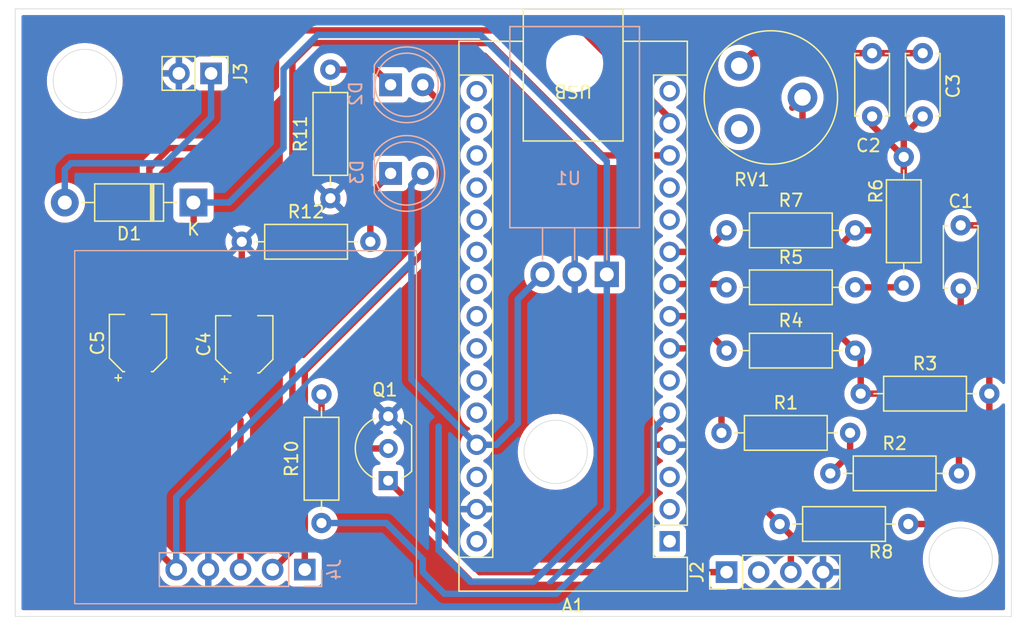
<source format=kicad_pcb>
(kicad_pcb (version 20240108) (generator "pcbnew") (generator_version "8.0")
  (layers (0 "F.Cu" signal) (31 "B.Cu" signal) (34 "B.Paste" user) (35 "F.Paste" user) (36 "B.SilkS" user "B.Silkscreen") (37 "F.SilkS" user "F.Silkscreen") (38 "B.Mask" user) (39 "F.Mask" user) (44 "Edge.Cuts" user))
  (net 0 "")
  (net 2 "Net-(A1-D6)")
  (net 5 "GND")
  (net 12 "/GPS_TX")
  (net 16 "Net-(A1-D7)")
  (net 20 "Net-(A1-D4)")
  (net 22 "/GPS_RX")
  (net 23 "/D2")
  (net 24 "VCC")
  (net 29 "Net-(A1-D5)")
  (net 30 "Net-(C1-Pad2)")
  (net 31 "Net-(C1-Pad1)")
  (net 32 "Net-(C2-Pad2)")
  (net 33 "Net-(D1-K)")
  (net 34 "Net-(D1-A)")
  (net 35 "Net-(D2-K)")
  (net 36 "/PPS")
  (net 37 "Net-(D3-K)")
  (net 38 "/Audio_in")
  (net 39 "/PTT")
  (net 40 "/Audio Out")
  (net 41 "Net-(Q1-B)")
  (net 42 "Net-(R1-Pad2)")
  (net 43 "Net-(R5-Pad2)")
  (footprint "Resistor_THT:R_Axial_DIN0207_L6.3mm_D2.5mm_P10.16mm_Horizontal" (layer "F.Cu") (at 75.7 81.7)
    (property "Reference" "R8" (at 8 2.2 0) (layer "F.SilkS"))
    (property "Value" "1k")
    (fp_line (start 1.04 0) (end 1.81 0) (stroke (width 0.12)) (layer "F.SilkS"))
    (fp_line (start 1.81 -1.37) (end 1.81 1.37) (stroke (width 0.12)) (layer "F.SilkS"))
    (fp_line (start 1.81 1.37) (end 8.35 1.37) (stroke (width 0.12)) (layer "F.SilkS"))
    (fp_line (start 8.35 -1.37) (end 1.81 -1.37) (stroke (width 0.12)) (layer "F.SilkS"))
    (fp_line (start 8.35 1.37) (end 8.35 -1.37) (stroke (width 0.12)) (layer "F.SilkS"))
    (fp_line (start 9.12 0) (end 8.35 0) (stroke (width 0.12)) (layer "F.SilkS"))
    (pad "1" thru_hole circle (at 0 0) (size 1.6 1.6) (drill 0.8) (layers "*.Cu" "*.Mask") (net 38 "/Audio_in"))
    (pad "2" thru_hole oval (at 10.16 0) (size 1.6 1.6) (drill 0.8) (layers "*.Cu" "*.Mask") (net 30 "Net-(C1-Pad2)"))
  )
  (footprint "Capacitor_SMD:CP_Elec_4x4.5" (layer "F.Cu") (at 25 67.4 90)
    (property "Reference" "C5" (at 0 -3.2 90) (layer "F.SilkS"))
    (property "Value" "C_Polarized")
    (fp_line (start 2.26 -2.26) (end 2.26 -1.06) (stroke (width 0.12)) (layer "F.SilkS"))
    (fp_line (start -1.195563 -2.26) (end 2.26 -2.26) (stroke (width 0.12)) (layer "F.SilkS"))
    (fp_line (start -2.75 -1.81) (end -2.75 -1.31) (stroke (width 0.12)) (layer "F.SilkS"))
    (fp_line (start -3 -1.56) (end -2.5 -1.56) (stroke (width 0.12)) (layer "F.SilkS"))
    (fp_line (start -2.26 -1.195563) (end -1.195563 -2.26) (stroke (width 0.12)) (layer "F.SilkS"))
    (fp_line (start -2.26 -1.195563) (end -2.26 -1.06) (stroke (width 0.12)) (layer "F.SilkS"))
    (fp_line (start -2.26 1.195563) (end -2.26 1.06) (stroke (width 0.12)) (layer "F.SilkS"))
    (fp_line (start -2.26 1.195563) (end -1.195563 2.26) (stroke (width 0.12)) (layer "F.SilkS"))
    (fp_line (start 2.26 2.26) (end 2.26 1.06) (stroke (width 0.12)) (layer "F.SilkS"))
    (fp_line (start -1.195563 2.26) (end 2.26 2.26) (stroke (width 0.12)) (layer "F.SilkS"))
    (pad "1" smd roundrect (at -1.8 0 90) (size 2.6 1.6) (layers "F.Cu" "F.Paste" "F.Mask") (roundrect_rratio 0.15625) (net 24 "VCC"))
    (pad "2" smd roundrect (at 1.8 0 90) (size 2.6 1.6) (layers "F.Cu" "F.Paste" "F.Mask") (roundrect_rratio 0.15625) (net 5 "GND"))
  )
  (footprint "Potentiometer_THT:Potentiometer_Piher_PT-10-V05_Vertical" (layer "F.Cu") (at 72.5 50.5)
    (property "Reference" "RV1" (at 1 4 180) (layer "F.SilkS"))
    (property "Value" "R_Potentiometer_US")
    (fp_circle (center 2.501 -2.5) (end 7.771 -2.5) (stroke (width 0.12)) (fill none) (layer "F.SilkS"))
    (pad "1" thru_hole circle (at 0 0) (size 2.34 2.34) (drill 1.3) (layers "*.Cu" "*.Mask"))
    (pad "2" thru_hole circle (at 5 -2.5) (size 2.34 2.34) (drill 1.3) (layers "*.Cu" "*.Mask") (net 38 "/Audio_in"))
    (pad "3" thru_hole circle (at 0 -5) (size 2.34 2.34) (drill 1.3) (layers "*.Cu" "*.Mask") (net 32 "Net-(C2-Pad2)"))
  )
  (footprint "Resistor_THT:R_Axial_DIN0207_L6.3mm_D2.5mm_P10.16mm_Horizontal" (layer "F.Cu") (at 40.2 55.96 90)
    (property "Reference" "R11" (at 5.08 -2.37 90) (layer "F.SilkS"))
    (property "Value" "330")
    (fp_line (start 8.35 -1.37) (end 1.81 -1.37) (stroke (width 0.12)) (layer "F.SilkS"))
    (fp_line (start 1.81 -1.37) (end 1.81 1.37) (stroke (width 0.12)) (layer "F.SilkS"))
    (fp_line (start 9.12 0) (end 8.35 0) (stroke (width 0.12)) (layer "F.SilkS"))
    (fp_line (start 1.04 0) (end 1.81 0) (stroke (width 0.12)) (layer "F.SilkS"))
    (fp_line (start 8.35 1.37) (end 8.35 -1.37) (stroke (width 0.12)) (layer "F.SilkS"))
    (fp_line (start 1.81 1.37) (end 8.35 1.37) (stroke (width 0.12)) (layer "F.SilkS"))
    (pad "1" thru_hole circle (at 0 0 90) (size 1.6 1.6) (drill 0.8) (layers "*.Cu" "*.Mask") (net 5 "GND"))
    (pad "2" thru_hole oval (at 10.16 0 90) (size 1.6 1.6) (drill 0.8) (layers "*.Cu" "*.Mask") (net 35 "Net-(D2-K)"))
  )
  (footprint "Capacitor_THT:C_Disc_D4.7mm_W2.5mm_P5.00mm" (layer "F.Cu") (at 83 49.5 90)
    (property "Reference" "C2" (at -2.3 -0.3 180) (layer "F.SilkS"))
    (property "Value" "4.7u")
    (fp_line (start 4.97 -1.37) (end 4.97 -1.055) (stroke (width 0.12)) (layer "F.SilkS"))
    (fp_line (start 0.03 -1.37) (end 4.97 -1.37) (stroke (width 0.12)) (layer "F.SilkS"))
    (fp_line (start 0.03 -1.37) (end 0.03 -1.055) (stroke (width 0.12)) (layer "F.SilkS"))
    (fp_line (start 4.97 1.055) (end 4.97 1.37) (stroke (width 0.12)) (layer "F.SilkS"))
    (fp_line (start 0.03 1.055) (end 0.03 1.37) (stroke (width 0.12)) (layer "F.SilkS"))
    (fp_line (start 0.03 1.37) (end 4.97 1.37) (stroke (width 0.12)) (layer "F.SilkS"))
    (pad "1" thru_hole circle (at 0 0 90) (size 1.6 1.6) (drill 0.8) (layers "*.Cu" "*.Mask") (net 31 "Net-(C1-Pad1)"))
    (pad "2" thru_hole circle (at 5 0 90) (size 1.6 1.6) (drill 0.8) (layers "*.Cu" "*.Mask") (net 32 "Net-(C2-Pad2)"))
  )
  (footprint "Resistor_THT:R_Axial_DIN0207_L6.3mm_D2.5mm_P10.16mm_Horizontal" (layer "F.Cu") (at 39.5 81.62 90)
    (property "Reference" "R10" (at 5.08 -2.37 90) (layer "F.SilkS"))
    (property "Value" "2.7k")
    (fp_line (start 8.35 -1.37) (end 1.81 -1.37) (stroke (width 0.12)) (layer "F.SilkS"))
    (fp_line (start 1.81 -1.37) (end 1.81 1.37) (stroke (width 0.12)) (layer "F.SilkS"))
    (fp_line (start 9.12 0) (end 8.35 0) (stroke (width 0.12)) (layer "F.SilkS"))
    (fp_line (start 1.04 0) (end 1.81 0) (stroke (width 0.12)) (layer "F.SilkS"))
    (fp_line (start 8.35 1.37) (end 8.35 -1.37) (stroke (width 0.12)) (layer "F.SilkS"))
    (fp_line (start 1.81 1.37) (end 8.35 1.37) (stroke (width 0.12)) (layer "F.SilkS"))
    (pad "1" thru_hole circle (at 0 0 90) (size 1.6 1.6) (drill 0.8) (layers "*.Cu" "*.Mask") (net 23 "/D2"))
    (pad "2" thru_hole oval (at 10.16 0 90) (size 1.6 1.6) (drill 0.8) (layers "*.Cu" "*.Mask") (net 41 "Net-(Q1-B)"))
  )
  (footprint "Resistor_THT:R_Axial_DIN0207_L6.3mm_D2.5mm_P10.16mm_Horizontal" (layer "F.Cu") (at 71.5 58.5)
    (property "Reference" "R7" (at 5.08 -2.37 0) (layer "F.SilkS"))
    (property "Value" "1k")
    (fp_line (start 1.04 0) (end 1.81 0) (stroke (width 0.12)) (layer "F.SilkS"))
    (fp_line (start 1.81 -1.37) (end 1.81 1.37) (stroke (width 0.12)) (layer "F.SilkS"))
    (fp_line (start 1.81 1.37) (end 8.35 1.37) (stroke (width 0.12)) (layer "F.SilkS"))
    (fp_line (start 8.35 -1.37) (end 1.81 -1.37) (stroke (width 0.12)) (layer "F.SilkS"))
    (fp_line (start 8.35 1.37) (end 8.35 -1.37) (stroke (width 0.12)) (layer "F.SilkS"))
    (fp_line (start 9.12 0) (end 8.35 0) (stroke (width 0.12)) (layer "F.SilkS"))
    (pad "1" thru_hole circle (at 0 0) (size 1.6 1.6) (drill 0.8) (layers "*.Cu" "*.Mask") (net 16 "Net-(A1-D7)"))
    (pad "2" thru_hole oval (at 10.16 0) (size 1.6 1.6) (drill 0.8) (layers "*.Cu" "*.Mask") (net 31 "Net-(C1-Pad1)"))
  )
  (footprint "Resistor_THT:R_Axial_DIN0207_L6.3mm_D2.5mm_P10.16mm_Horizontal" (layer "F.Cu") (at 71.1 74.5)
    (property "Reference" "R1" (at 5.08 -2.37 0) (layer "F.SilkS"))
    (property "Value" "6.2k")
    (fp_line (start 1.04 0) (end 1.81 0) (stroke (width 0.12)) (layer "F.SilkS"))
    (fp_line (start 1.81 -1.37) (end 1.81 1.37) (stroke (width 0.12)) (layer "F.SilkS"))
    (fp_line (start 1.81 1.37) (end 8.35 1.37) (stroke (width 0.12)) (layer "F.SilkS"))
    (fp_line (start 8.35 -1.37) (end 1.81 -1.37) (stroke (width 0.12)) (layer "F.SilkS"))
    (fp_line (start 8.35 1.37) (end 8.35 -1.37) (stroke (width 0.12)) (layer "F.SilkS"))
    (fp_line (start 9.12 0) (end 8.35 0) (stroke (width 0.12)) (layer "F.SilkS"))
    (pad "1" thru_hole circle (at 0 0) (size 1.6 1.6) (drill 0.8) (layers "*.Cu" "*.Mask") (net 20 "Net-(A1-D4)"))
    (pad "2" thru_hole oval (at 10.16 0) (size 1.6 1.6) (drill 0.8) (layers "*.Cu" "*.Mask") (net 42 "Net-(R1-Pad2)"))
  )
  (footprint "Resistor_THT:R_Axial_DIN0207_L6.3mm_D2.5mm_P10.16mm_Horizontal" (layer "F.Cu") (at 33.2 59.4)
    (property "Reference" "R12" (at 5.08 -2.37 0) (layer "F.SilkS"))
    (property "Value" "330")
    (fp_line (start 1.04 0) (end 1.81 0) (stroke (width 0.12)) (layer "F.SilkS"))
    (fp_line (start 1.81 -1.37) (end 1.81 1.37) (stroke (width 0.12)) (layer "F.SilkS"))
    (fp_line (start 1.81 1.37) (end 8.35 1.37) (stroke (width 0.12)) (layer "F.SilkS"))
    (fp_line (start 8.35 -1.37) (end 1.81 -1.37) (stroke (width 0.12)) (layer "F.SilkS"))
    (fp_line (start 8.35 1.37) (end 8.35 -1.37) (stroke (width 0.12)) (layer "F.SilkS"))
    (fp_line (start 9.12 0) (end 8.35 0) (stroke (width 0.12)) (layer "F.SilkS"))
    (pad "1" thru_hole circle (at 0 0) (size 1.6 1.6) (drill 0.8) (layers "*.Cu" "*.Mask") (net 5 "GND"))
    (pad "2" thru_hole oval (at 10.16 0) (size 1.6 1.6) (drill 0.8) (layers "*.Cu" "*.Mask") (net 37 "Net-(D3-K)"))
  )
  (footprint "Resistor_THT:R_Axial_DIN0207_L6.3mm_D2.5mm_P10.16mm_Horizontal" (layer "F.Cu") (at 71.5 68)
    (property "Reference" "R4" (at 5.08 -2.37 0) (layer "F.SilkS"))
    (property "Value" "3.9k")
    (fp_line (start 1.04 0) (end 1.81 0) (stroke (width 0.12)) (layer "F.SilkS"))
    (fp_line (start 1.81 -1.37) (end 1.81 1.37) (stroke (width 0.12)) (layer "F.SilkS"))
    (fp_line (start 1.81 1.37) (end 8.35 1.37) (stroke (width 0.12)) (layer "F.SilkS"))
    (fp_line (start 8.35 -1.37) (end 1.81 -1.37) (stroke (width 0.12)) (layer "F.SilkS"))
    (fp_line (start 8.35 1.37) (end 8.35 -1.37) (stroke (width 0.12)) (layer "F.SilkS"))
    (fp_line (start 9.12 0) (end 8.35 0) (stroke (width 0.12)) (layer "F.SilkS"))
    (pad "1" thru_hole circle (at 0 0) (size 1.6 1.6) (drill 0.8) (layers "*.Cu" "*.Mask") (net 29 "Net-(A1-D5)"))
    (pad "2" thru_hole oval (at 10.16 0) (size 1.6 1.6) (drill 0.8) (layers "*.Cu" "*.Mask") (net 31 "Net-(C1-Pad1)"))
  )
  (footprint "Connector_PinHeader_2.54mm:PinHeader_1x02_P2.54mm_Vertical" (layer "F.Cu") (at 30.775 46.1 -90)
    (property "Reference" "J3" (at 0 -2.33 90) (layer "F.SilkS"))
    (property "Value" "Ext Power")
    (fp_line (start -1.33 3.87) (end 1.33 3.87) (stroke (width 0.12)) (layer "F.SilkS"))
    (fp_line (start -1.33 1.27) (end -1.33 3.87) (stroke (width 0.12)) (layer "F.SilkS"))
    (fp_line (start -1.33 1.27) (end 1.33 1.27) (stroke (width 0.12)) (layer "F.SilkS"))
    (fp_line (start 1.33 1.27) (end 1.33 3.87) (stroke (width 0.12)) (layer "F.SilkS"))
    (fp_line (start -1.33 0) (end -1.33 -1.33) (stroke (width 0.12)) (layer "F.SilkS"))
    (fp_line (start -1.33 -1.33) (end 0 -1.33) (stroke (width 0.12)) (layer "F.SilkS"))
    (pad "1" thru_hole rect (at 0 0 270) (size 1.7 1.7) (drill 1) (layers "*.Cu" "*.Mask") (net 34 "Net-(D1-A)"))
    (pad "2" thru_hole oval (at 0 2.54 270) (size 1.7 1.7) (drill 1) (layers "*.Cu" "*.Mask") (net 5 "GND"))
  )
  (footprint "Resistor_THT:R_Axial_DIN0207_L6.3mm_D2.5mm_P10.16mm_Horizontal" (layer "F.Cu") (at 71.5 63)
    (property "Reference" "R5" (at 5.08 -2.37 0) (layer "F.SilkS"))
    (property "Value" "1.2k")
    (fp_line (start 1.04 0) (end 1.81 0) (stroke (width 0.12)) (layer "F.SilkS"))
    (fp_line (start 1.81 -1.37) (end 1.81 1.37) (stroke (width 0.12)) (layer "F.SilkS"))
    (fp_line (start 1.81 1.37) (end 8.35 1.37) (stroke (width 0.12)) (layer "F.SilkS"))
    (fp_line (start 8.35 -1.37) (end 1.81 -1.37) (stroke (width 0.12)) (layer "F.SilkS"))
    (fp_line (start 8.35 1.37) (end 8.35 -1.37) (stroke (width 0.12)) (layer "F.SilkS"))
    (fp_line (start 9.12 0) (end 8.35 0) (stroke (width 0.12)) (layer "F.SilkS"))
    (pad "1" thru_hole circle (at 0 0) (size 1.6 1.6) (drill 0.8) (layers "*.Cu" "*.Mask") (net 2 "Net-(A1-D6)"))
    (pad "2" thru_hole oval (at 10.16 0) (size 1.6 1.6) (drill 0.8) (layers "*.Cu" "*.Mask") (net 43 "Net-(R5-Pad2)"))
  )
  (footprint "Capacitor_THT:C_Disc_D4.7mm_W2.5mm_P5.00mm" (layer "F.Cu") (at 87 49.5 90)
    (property "Reference" "C3" (at 2.4 2.4 -90) (layer "F.SilkS"))
    (property "Value" "4.7u")
    (fp_line (start 4.97 -1.37) (end 4.97 -1.055) (stroke (width 0.12)) (layer "F.SilkS"))
    (fp_line (start 0.03 -1.37) (end 4.97 -1.37) (stroke (width 0.12)) (layer "F.SilkS"))
    (fp_line (start 0.03 -1.37) (end 0.03 -1.055) (stroke (width 0.12)) (layer "F.SilkS"))
    (fp_line (start 4.97 1.055) (end 4.97 1.37) (stroke (width 0.12)) (layer "F.SilkS"))
    (fp_line (start 0.03 1.055) (end 0.03 1.37) (stroke (width 0.12)) (layer "F.SilkS"))
    (fp_line (start 0.03 1.37) (end 4.97 1.37) (stroke (width 0.12)) (layer "F.SilkS"))
    (pad "1" thru_hole circle (at 0 0 90) (size 1.6 1.6) (drill 0.8) (layers "*.Cu" "*.Mask") (net 31 "Net-(C1-Pad1)"))
    (pad "2" thru_hole circle (at 5 0 90) (size 1.6 1.6) (drill 0.8) (layers "*.Cu" "*.Mask") (net 32 "Net-(C2-Pad2)"))
  )
  (footprint "Diode_THT:D_DO-41_SOD81_P10.16mm_Horizontal" (layer "F.Cu") (at 29.38 56.3 180)
    (property "Reference" "D1" (at 5.08 -2.47 0) (layer "F.SilkS"))
    (property "Value" "1N4001")
    (fp_line (start 8.82 0) (end 7.8 0) (stroke (width 0.12)) (layer "F.SilkS"))
    (fp_line (start 7.8 1.47) (end 7.8 -1.47) (stroke (width 0.12)) (layer "F.SilkS"))
    (fp_line (start 7.8 -1.47) (end 2.36 -1.47) (stroke (width 0.12)) (layer "F.SilkS"))
    (fp_line (start 3.38 -1.47) (end 3.38 1.47) (stroke (width 0.12)) (layer "F.SilkS"))
    (fp_line (start 3.26 -1.47) (end 3.26 1.47) (stroke (width 0.12)) (layer "F.SilkS"))
    (fp_line (start 3.14 -1.47) (end 3.14 1.47) (stroke (width 0.12)) (layer "F.SilkS"))
    (fp_line (start 2.36 1.47) (end 7.8 1.47) (stroke (width 0.12)) (layer "F.SilkS"))
    (fp_line (start 2.36 -1.47) (end 2.36 1.47) (stroke (width 0.12)) (layer "F.SilkS"))
    (fp_line (start 1.34 0) (end 2.36 0) (stroke (width 0.12)) (layer "F.SilkS"))
    (fp_text user "K" (at 0 -2.1 0) (layer "F.SilkS"))
    (pad "1" thru_hole rect (at 0 0 180) (size 2.2 2.2) (drill 1.1) (layers "*.Cu" "*.Mask") (net 33 "Net-(D1-K)"))
    (pad "2" thru_hole oval (at 10.16 0 180) (size 2.2 2.2) (drill 1.1) (layers "*.Cu" "*.Mask") (net 34 "Net-(D1-A)"))
  )
  (footprint "Capacitor_SMD:CP_Elec_4x4.5" (layer "F.Cu") (at 33.4 67.5 90)
    (property "Reference" "C4" (at 0 -3.2 90) (layer "F.SilkS"))
    (property "Value" "C_Polarized")
    (fp_line (start 2.26 -2.26) (end 2.26 -1.06) (stroke (width 0.12)) (layer "F.SilkS"))
    (fp_line (start -1.195563 -2.26) (end 2.26 -2.26) (stroke (width 0.12)) (layer "F.SilkS"))
    (fp_line (start -2.75 -1.81) (end -2.75 -1.31) (stroke (width 0.12)) (layer "F.SilkS"))
    (fp_line (start -3 -1.56) (end -2.5 -1.56) (stroke (width 0.12)) (layer "F.SilkS"))
    (fp_line (start -2.26 -1.195563) (end -1.195563 -2.26) (stroke (width 0.12)) (layer "F.SilkS"))
    (fp_line (start -2.26 -1.195563) (end -2.26 -1.06) (stroke (width 0.12)) (layer "F.SilkS"))
    (fp_line (start -2.26 1.195563) (end -2.26 1.06) (stroke (width 0.12)) (layer "F.SilkS"))
    (fp_line (start -2.26 1.195563) (end -1.195563 2.26) (stroke (width 0.12)) (layer "F.SilkS"))
    (fp_line (start 2.26 2.26) (end 2.26 1.06) (stroke (width 0.12)) (layer "F.SilkS"))
    (fp_line (start -1.195563 2.26) (end 2.26 2.26) (stroke (width 0.12)) (layer "F.SilkS"))
    (pad "1" smd roundrect (at -1.8 0 90) (size 2.6 1.6) (layers "F.Cu" "F.Paste" "F.Mask") (roundrect_rratio 0.15625) (net 33 "Net-(D1-K)"))
    (pad "2" smd roundrect (at 1.8 0 90) (size 2.6 1.6) (layers "F.Cu" "F.Paste" "F.Mask") (roundrect_rratio 0.15625) (net 5 "GND"))
  )
  (footprint "Capacitor_THT:C_Disc_D4.7mm_W2.5mm_P5.00mm" (layer "F.Cu") (at 90 63.1 90)
    (property "Reference" "C1" (at 6.9 0 180) (layer "F.SilkS"))
    (property "Value" "100n")
    (fp_line (start 4.97 -1.37) (end 4.97 -1.055) (stroke (width 0.12)) (layer "F.SilkS"))
    (fp_line (start 0.03 -1.37) (end 4.97 -1.37) (stroke (width 0.12)) (layer "F.SilkS"))
    (fp_line (start 0.03 -1.37) (end 0.03 -1.055) (stroke (width 0.12)) (layer "F.SilkS"))
    (fp_line (start 4.97 1.055) (end 4.97 1.37) (stroke (width 0.12)) (layer "F.SilkS"))
    (fp_line (start 0.03 1.055) (end 0.03 1.37) (stroke (width 0.12)) (layer "F.SilkS"))
    (fp_line (start 0.03 1.37) (end 4.97 1.37) (stroke (width 0.12)) (layer "F.SilkS"))
    (pad "1" thru_hole circle (at 0 0 90) (size 1.6 1.6) (drill 0.8) (layers "*.Cu" "*.Mask") (net 31 "Net-(C1-Pad1)"))
    (pad "2" thru_hole circle (at 5 0 90) (size 1.6 1.6) (drill 0.8) (layers "*.Cu" "*.Mask") (net 30 "Net-(C1-Pad2)"))
  )
  (footprint "Module:Arduino_Nano" (layer "F.Cu") (at 67 83.06 180)
    (property "Reference" "A1" (at 7.62 -5.08 0) (layer "F.SilkS"))
    (property "Value" "Arduino_Nano_v2.x")
    (fp_line (start 16.64 39.5) (end 16.64 -3.94) (stroke (width 0.12)) (layer "F.SilkS"))
    (fp_line (start 16.64 39.5) (end 11.56 39.5) (stroke (width 0.12)) (layer "F.SilkS"))
    (fp_line (start 16.64 -3.94) (end -1.4 -3.94) (stroke (width 0.12)) (layer "F.SilkS"))
    (fp_line (start 13.97 36.83) (end 16.64 36.83) (stroke (width 0.12)) (layer "F.SilkS"))
    (fp_line (start 13.97 -1.27) (end 16.64 -1.27) (stroke (width 0.12)) (layer "F.SilkS"))
    (fp_line (start 13.97 -1.27) (end 13.97 36.83) (stroke (width 0.12)) (layer "F.SilkS"))
    (fp_line (start 11.56 42.04) (end 3.68 42.04) (stroke (width 0.12)) (layer "F.SilkS"))
    (fp_line (start 11.56 31.62) (end 11.56 42.04) (stroke (width 0.12)) (layer "F.SilkS"))
    (fp_line (start 3.68 42.04) (end 3.68 31.62) (stroke (width 0.12)) (layer "F.SilkS"))
    (fp_line (start 3.68 31.62) (end 11.56 31.62) (stroke (width 0.12)) (layer "F.SilkS"))
    (fp_line (start 1.27 36.83) (end -1.4 36.83) (stroke (width 0.12)) (layer "F.SilkS"))
    (fp_line (start 1.27 1.27) (end 1.27 36.83) (stroke (width 0.12)) (layer "F.SilkS"))
    (fp_line (start 1.27 1.27) (end 1.27 -1.27) (stroke (width 0.12)) (layer "F.SilkS"))
    (fp_line (start 1.27 1.27) (end -1.4 1.27) (stroke (width 0.12)) (layer "F.SilkS"))
    (fp_line (start 1.27 -1.27) (end -1.4 -1.27) (stroke (width 0.12)) (layer "F.SilkS"))
    (fp_line (start -1.4 39.5) (end 3.68 39.5) (stroke (width 0.12)) (layer "F.SilkS"))
    (fp_line (start -1.4 1.27) (end -1.4 39.5) (stroke (width 0.12)) (layer "F.SilkS"))
    (fp_line (start -1.4 -3.94) (end -1.4 -1.27) (stroke (width 0.12)) (layer "F.SilkS"))
    (fp_text user "USB" (at 7.62 35.56 180) (layer "F.SilkS"))
    (pad "1" thru_hole rect (at 0 0 180) (size 1.6 1.6) (drill 1) (layers "*.Cu" "*.Mask"))
    (pad "2" thru_hole oval (at 0 2.54 180) (size 1.6 1.6) (drill 1) (layers "*.Cu" "*.Mask"))
    (pad "3" thru_hole oval (at 0 5.08 180) (size 1.6 1.6) (drill 1) (layers "*.Cu" "*.Mask"))
    (pad "4" thru_hole oval (at 0 7.62 180) (size 1.6 1.6) (drill 1) (layers "*.Cu" "*.Mask") (net 5 "GND"))
    (pad "5" thru_hole oval (at 0 10.16 180) (size 1.6 1.6) (drill 1) (layers "*.Cu" "*.Mask") (net 23 "/D2"))
    (pad "6" thru_hole oval (at 0 12.7 180) (size 1.6 1.6) (drill 1) (layers "*.Cu" "*.Mask"))
    (pad "7" thru_hole oval (at 0 15.24 180) (size 1.6 1.6) (drill 1) (layers "*.Cu" "*.Mask") (net 20 "Net-(A1-D4)"))
    (pad "8" thru_hole oval (at 0 17.78 180) (size 1.6 1.6) (drill 1) (layers "*.Cu" "*.Mask") (net 29 "Net-(A1-D5)"))
    (pad "9" thru_hole oval (at 0 20.32 180) (size 1.6 1.6) (drill 1) (layers "*.Cu" "*.Mask") (net 2 "Net-(A1-D6)"))
    (pad "10" thru_hole oval (at 0 22.86 180) (size 1.6 1.6) (drill 1) (layers "*.Cu" "*.Mask") (net 16 "Net-(A1-D7)"))
    (pad "11" thru_hole oval (at 0 25.4 180) (size 1.6 1.6) (drill 1) (layers "*.Cu" "*.Mask"))
    (pad "12" thru_hole oval (at 0 27.94 180) (size 1.6 1.6) (drill 1) (layers "*.Cu" "*.Mask"))
    (pad "13" thru_hole oval (at 0 30.48 180) (size 1.6 1.6) (drill 1) (layers "*.Cu" "*.Mask") (net 12 "/GPS_TX"))
    (pad "14" thru_hole oval (at 0 33.02 180) (size 1.6 1.6) (drill 1) (layers "*.Cu" "*.Mask") (net 22 "/GPS_RX"))
    (pad "15" thru_hole oval (at 0 35.56 180) (size 1.6 1.6) (drill 1) (layers "*.Cu" "*.Mask"))
    (pad "16" thru_hole oval (at 15.24 35.56 180) (size 1.6 1.6) (drill 1) (layers "*.Cu" "*.Mask"))
    (pad "17" thru_hole oval (at 15.24 33.02 180) (size 1.6 1.6) (drill 1) (layers "*.Cu" "*.Mask"))
    (pad "18" thru_hole oval (at 15.24 30.48 180) (size 1.6 1.6) (drill 1) (layers "*.Cu" "*.Mask"))
    (pad "19" thru_hole oval (at 15.24 27.94 180) (size 1.6 1.6) (drill 1) (layers "*.Cu" "*.Mask"))
    (pad "20" thru_hole oval (at 15.24 25.4 180) (size 1.6 1.6) (drill 1) (layers "*.Cu" "*.Mask"))
    (pad "21" thru_hole oval (at 15.24 22.86 180) (size 1.6 1.6) (drill 1) (layers "*.Cu" "*.Mask"))
    (pad "22" thru_hole oval (at 15.24 20.32 180) (size 1.6 1.6) (drill 1) (layers "*.Cu" "*.Mask"))
    (pad "23" thru_hole oval (at 15.24 17.78 180) (size 1.6 1.6) (drill 1) (layers "*.Cu" "*.Mask"))
    (pad "24" thru_hole oval (at 15.24 15.24 180) (size 1.6 1.6) (drill 1) (layers "*.Cu" "*.Mask"))
    (pad "25" thru_hole oval (at 15.24 12.7 180) (size 1.6 1.6) (drill 1) (layers "*.Cu" "*.Mask"))
    (pad "26" thru_hole oval (at 15.24 10.16 180) (size 1.6 1.6) (drill 1) (layers "*.Cu" "*.Mask"))
    (pad "27" thru_hole oval (at 15.24 7.62 180) (size 1.6 1.6) (drill 1) (layers "*.Cu" "*.Mask") (net 24 "VCC"))
    (pad "28" thru_hole oval (at 15.24 5.08 180) (size 1.6 1.6) (drill 1) (layers "*.Cu" "*.Mask"))
    (pad "29" thru_hole oval (at 15.24 2.54 180) (size 1.6 1.6) (drill 1) (layers "*.Cu" "*.Mask") (net 5 "GND"))
    (pad "30" thru_hole oval (at 15.24 0 180) (size 1.6 1.6) (drill 1) (layers "*.Cu" "*.Mask"))
  )
  (footprint "Resistor_THT:R_Axial_DIN0207_L6.3mm_D2.5mm_P10.16mm_Horizontal" (layer "F.Cu") (at 82.1 71.4)
    (property "Reference" "R3" (at 5.08 -2.37 0) (layer "F.SilkS"))
    (property "Value" "270")
    (fp_line (start 1.04 0) (end 1.81 0) (stroke (width 0.12)) (layer "F.SilkS"))
    (fp_line (start 1.81 -1.37) (end 1.81 1.37) (stroke (width 0.12)) (layer "F.SilkS"))
    (fp_line (start 1.81 1.37) (end 8.35 1.37) (stroke (width 0.12)) (layer "F.SilkS"))
    (fp_line (start 8.35 -1.37) (end 1.81 -1.37) (stroke (width 0.12)) (layer "F.SilkS"))
    (fp_line (start 8.35 1.37) (end 8.35 -1.37) (stroke (width 0.12)) (layer "F.SilkS"))
    (fp_line (start 9.12 0) (end 8.35 0) (stroke (width 0.12)) (layer "F.SilkS"))
    (pad "1" thru_hole circle (at 0 0) (size 1.6 1.6) (drill 0.8) (layers "*.Cu" "*.Mask") (net 31 "Net-(C1-Pad1)"))
    (pad "2" thru_hole oval (at 10.16 0) (size 1.6 1.6) (drill 0.8) (layers "*.Cu" "*.Mask") (net 30 "Net-(C1-Pad2)"))
  )
  (footprint "Connector_PinHeader_2.54mm:PinHeader_1x04_P2.54mm_Vertical" (layer "F.Cu") (at 71.5 85.5 90)
    (property "Reference" "J2" (at 0 -2.33 90) (layer "F.SilkS"))
    (property "Value" "To-Radio")
    (fp_line (start -1.33 -1.33) (end 0 -1.33) (stroke (width 0.12)) (layer "F.SilkS"))
    (fp_line (start -1.33 0) (end -1.33 -1.33) (stroke (width 0.12)) (layer "F.SilkS"))
    (fp_line (start 1.33 1.27) (end 1.33 8.95) (stroke (width 0.12)) (layer "F.SilkS"))
    (fp_line (start -1.33 1.27) (end 1.33 1.27) (stroke (width 0.12)) (layer "F.SilkS"))
    (fp_line (start -1.33 1.27) (end -1.33 8.95) (stroke (width 0.12)) (layer "F.SilkS"))
    (fp_line (start -1.33 8.95) (end 1.33 8.95) (stroke (width 0.12)) (layer "F.SilkS"))
    (pad "1" thru_hole rect (at 0 0 90) (size 1.7 1.7) (drill 1) (layers "*.Cu" "*.Mask") (net 39 "/PTT"))
    (pad "2" thru_hole oval (at 0 2.54 90) (size 1.7 1.7) (drill 1) (layers "*.Cu" "*.Mask") (net 40 "/Audio Out"))
    (pad "3" thru_hole oval (at 0 5.08 90) (size 1.7 1.7) (drill 1) (layers "*.Cu" "*.Mask") (net 38 "/Audio_in"))
    (pad "4" thru_hole oval (at 0 7.62 90) (size 1.7 1.7) (drill 1) (layers "*.Cu" "*.Mask") (net 5 "GND"))
  )
  (footprint "Package_TO_SOT_THT:TO-92_Inline_Wide" (layer "F.Cu") (at 44.77 78.27 90)
    (property "Reference" "Q1" (at 7.17 -0.27 180) (layer "F.SilkS"))
    (property "Value" "2N2222")
    (fp_line (start 0.74 1.85) (end 4.34 1.85) (stroke (width 0.12)) (layer "F.SilkS"))
    (fp_arc (start 2.54 -2.6) (mid 3.936979 -2.192818) (end 4.8964 -1.098807) (stroke (width 0.12)) (layer "F.SilkS"))
    (fp_arc (start 0.1836 -1.098807) (mid 1.143021 -2.192817) (end 2.54 -2.6) (stroke (width 0.12)) (layer "F.SilkS"))
    (fp_arc (start 4.864184 1.122795) (mid 4.633903 1.509328) (end 4.34 1.85) (stroke (width 0.12)) (layer "F.SilkS"))
    (fp_arc (start 0.74 1.85) (mid 0.446097 1.509328) (end 0.215816 1.122795) (stroke (width 0.12)) (layer "F.SilkS"))
    (pad "1" thru_hole rect (at 0 0 90) (size 1.5 1.5) (drill 0.8) (layers "*.Cu" "*.Mask") (net 39 "/PTT"))
    (pad "2" thru_hole circle (at 2.54 0 90) (size 1.5 1.5) (drill 0.8) (layers "*.Cu" "*.Mask") (net 41 "Net-(Q1-B)"))
    (pad "3" thru_hole circle (at 5.08 0 90) (size 1.5 1.5) (drill 0.8) (layers "*.Cu" "*.Mask") (net 5 "GND"))
  )
  (footprint "Resistor_THT:R_Axial_DIN0207_L6.3mm_D2.5mm_P10.16mm_Horizontal" (layer "F.Cu") (at 79.7 77.7)
    (property "Reference" "R2" (at 5.08 -2.37 0) (layer "F.SilkS"))
    (property "Value" "2k")
    (fp_line (start 1.04 0) (end 1.81 0) (stroke (width 0.12)) (layer "F.SilkS"))
    (fp_line (start 1.81 -1.37) (end 1.81 1.37) (stroke (width 0.12)) (layer "F.SilkS"))
    (fp_line (start 1.81 1.37) (end 8.35 1.37) (stroke (width 0.12)) (layer "F.SilkS"))
    (fp_line (start 8.35 -1.37) (end 1.81 -1.37) (stroke (width 0.12)) (layer "F.SilkS"))
    (fp_line (start 8.35 1.37) (end 8.35 -1.37) (stroke (width 0.12)) (layer "F.SilkS"))
    (fp_line (start 9.12 0) (end 8.35 0) (stroke (width 0.12)) (layer "F.SilkS"))
    (pad "1" thru_hole circle (at 0 0) (size 1.6 1.6) (drill 0.8) (layers "*.Cu" "*.Mask") (net 42 "Net-(R1-Pad2)"))
    (pad "2" thru_hole oval (at 10.16 0) (size 1.6 1.6) (drill 0.8) (layers "*.Cu" "*.Mask") (net 31 "Net-(C1-Pad1)"))
  )
  (footprint "Resistor_THT:R_Axial_DIN0207_L6.3mm_D2.5mm_P10.16mm_Horizontal" (layer "F.Cu") (at 85.5 62.86 90)
    (property "Reference" "R6" (at 7.46 -2.2 90) (layer "F.SilkS"))
    (property "Value" "1k")
    (fp_line (start 8.35 -1.37) (end 1.81 -1.37) (stroke (width 0.12)) (layer "F.SilkS"))
    (fp_line (start 1.81 -1.37) (end 1.81 1.37) (stroke (width 0.12)) (layer "F.SilkS"))
    (fp_line (start 9.12 0) (end 8.35 0) (stroke (width 0.12)) (layer "F.SilkS"))
    (fp_line (start 1.04 0) (end 1.81 0) (stroke (width 0.12)) (layer "F.SilkS"))
    (fp_line (start 8.35 1.37) (end 8.35 -1.37) (stroke (width 0.12)) (layer "F.SilkS"))
    (fp_line (start 1.81 1.37) (end 8.35 1.37) (stroke (width 0.12)) (layer "F.SilkS"))
    (pad "1" thru_hole circle (at 0 0 90) (size 1.6 1.6) (drill 0.8) (layers "*.Cu" "*.Mask") (net 43 "Net-(R5-Pad2)"))
    (pad "2" thru_hole oval (at 10.16 0 90) (size 1.6 1.6) (drill 0.8) (layers "*.Cu" "*.Mask") (net 31 "Net-(C1-Pad1)"))
  )
  (footprint "Connector_PinHeader_2.54mm:PinHeader_1x05_P2.54mm_Vertical" (layer "B.Cu") (at 38.18 85.3 90)
    (property "Reference" "J4" (at 0 2.33 90) (layer "B.SilkS") (effects (justify mirror)))
    (property "Value" "GPS")
    (fp_line (start 1.33 -11.49) (end -1.33 -11.49) (stroke (width 0.12)) (layer "B.SilkS"))
    (fp_line (start 1.33 -11.49) (end 1.33 -1.27) (stroke (width 0.12)) (layer "B.SilkS"))
    (fp_line (start -1.33 -11.49) (end -1.33 -1.27) (stroke (width 0.12)) (layer "B.SilkS"))
    (fp_line (start 1.33 -1.27) (end -1.33 -1.27) (stroke (width 0.12)) (layer "B.SilkS"))
    (fp_line (start 0 1.33) (end -1.33 1.33) (stroke (width 0.12)) (layer "B.SilkS"))
    (fp_line (start -1.33 1.33) (end -1.33 0) (stroke (width 0.12)) (layer "B.SilkS"))
    (pad "1" thru_hole rect (at 0 0 90) (size 1.7 1.7) (drill 1) (layers "*.Cu" "*.Mask") (net 36 "/PPS"))
    (pad "2" thru_hole oval (at 0 -2.54 90) (size 1.7 1.7) (drill 1) (layers "*.Cu" "*.Mask") (net 12 "/GPS_TX"))
    (pad "3" thru_hole oval (at 0 -5.08 90) (size 1.7 1.7) (drill 1) (layers "*.Cu" "*.Mask") (net 22 "/GPS_RX"))
    (pad "4" thru_hole oval (at 0 -7.62 90) (size 1.7 1.7) (drill 1) (layers "*.Cu" "*.Mask") (net 5 "GND"))
    (pad "5" thru_hole oval (at 0 -10.16 90) (size 1.7 1.7) (drill 1) (layers "*.Cu" "*.Mask") (net 24 "VCC"))
  )
  (footprint "LED_THT:LED_D5.0mm" (layer "B.Cu") (at 44.96 54)
    (property "Reference" "D3" (at -2.66 -0.1 -90) (layer "B.SilkS") (effects (justify mirror)))
    (property "Value" "LED")
    (fp_line (start -1.29 -1.545) (end -1.29 1.545) (stroke (width 0.12)) (layer "B.SilkS"))
    (fp_arc (start -1.29 -1.54483) (mid 2.072002 -2.880433) (end 4.26 0.000462) (stroke (width 0.12)) (layer "B.SilkS"))
    (fp_arc (start 4.26 -0.000462) (mid 2.072002 2.880433) (end -1.29 1.54483) (stroke (width 0.12)) (layer "B.SilkS"))
    (fp_circle (center 1.27 0) (end 3.77 0) (stroke (width 0.12)) (fill none) (layer "B.SilkS"))
    (pad "1" thru_hole rect (at 0 0) (size 1.8 1.8) (drill 0.9) (layers "*.Cu" "*.Mask") (net 37 "Net-(D3-K)"))
    (pad "2" thru_hole circle (at 2.54 0) (size 1.8 1.8) (drill 0.9) (layers "*.Cu" "*.Mask") (net 24 "VCC"))
  )
  (footprint "LED_THT:LED_D5.0mm" (layer "B.Cu") (at 44.96 47)
    (property "Reference" "D2" (at -2.76 0.7 90) (layer "B.SilkS") (effects (justify mirror)))
    (property "Value" "LED")
    (fp_line (start -1.29 -1.545) (end -1.29 1.545) (stroke (width 0.12)) (layer "B.SilkS"))
    (fp_arc (start -1.29 -1.54483) (mid 2.072002 -2.880433) (end 4.26 0.000462) (stroke (width 0.12)) (layer "B.SilkS"))
    (fp_arc (start 4.26 -0.000462) (mid 2.072002 2.880433) (end -1.29 1.54483) (stroke (width 0.12)) (layer "B.SilkS"))
    (fp_circle (center 1.27 0) (end 3.77 0) (stroke (width 0.12)) (fill none) (layer "B.SilkS"))
    (pad "1" thru_hole rect (at 0 0) (size 1.8 1.8) (drill 0.9) (layers "*.Cu" "*.Mask") (net 35 "Net-(D2-K)"))
    (pad "2" thru_hole circle (at 2.54 0) (size 1.8 1.8) (drill 0.9) (layers "*.Cu" "*.Mask") (net 36 "/PPS"))
  )
  (footprint "Package_TO_SOT_THT:TO-220-3_Horizontal_TabDown" (layer "B.Cu") (at 62.04 61.98 180)
    (property "Reference" "U1" (at 3.04 7.58 0) (layer "B.SilkS") (effects (justify mirror)))
    (property "Value" "L7805")
    (fp_line (start 7.66 19.58) (end -2.58 19.58) (stroke (width 0.12)) (layer "B.SilkS"))
    (fp_line (start 7.66 3.69) (end 7.66 19.58) (stroke (width 0.12)) (layer "B.SilkS"))
    (fp_line (start 7.66 3.69) (end -2.58 3.69) (stroke (width 0.12)) (layer "B.SilkS"))
    (fp_line (start 5.08 1.15) (end 5.08 3.69) (stroke (width 0.12)) (layer "B.SilkS"))
    (fp_line (start 2.54 1.15) (end 2.54 3.69) (stroke (width 0.12)) (layer "B.SilkS"))
    (fp_line (start 0 1.15) (end 0 3.69) (stroke (width 0.12)) (layer "B.SilkS"))
    (fp_line (start -2.58 3.69) (end -2.58 19.58) (stroke (width 0.12)) (layer "B.SilkS"))
    (pad "" np_thru_hole oval (at 2.54 16.66 180) (size 3.5 3.5) (drill 3.5) (layers "*.Cu" "*.Mask"))
    (pad "1" thru_hole rect (at 0 0 180) (size 1.905 2) (drill 1.1) (layers "*.Cu" "*.Mask") (net 33 "Net-(D1-K)"))
    (pad "2" thru_hole oval (at 2.54 0 180) (size 1.905 2) (drill 1.1) (layers "*.Cu" "*.Mask") (net 5 "GND"))
    (pad "3" thru_hole oval (at 5.08 0 180) (size 1.905 2) (drill 1.1) (layers "*.Cu" "*.Mask") (net 24 "VCC"))
  )
  (gr_rect (start 20 60.1) (end 47 88) (stroke (width 0.1)) (fill none) (layer "B.SilkS"))
  (gr_circle (center 20.8 46.7) (end 23.3 46.7) (stroke (width 0.05)) (fill none) (layer "Edge.Cuts"))
  (gr_circle (center 90 84.5) (end 92.5 84.5) (stroke (width 0.05)) (fill none) (layer "Edge.Cuts"))
  (gr_rect (start 15.3 41) (end 94 89) (stroke (width 0.05)) (fill none) (layer "Edge.Cuts"))
  (gr_circle (center 58 76) (end 60.5 76) (stroke (width 0.05)) (fill none) (layer "Edge.Cuts"))
  (segment (start 71.24 62.74) (end 71.5 63) (width 0.508) (layer "F.Cu") (net 2))
  (segment (start 67 62.74) (end 71.24 62.74) (width 0.508) (layer "F.Cu") (net 2))
  (segment (start 33.2 65.5) (end 33.4 65.7) (width 0.508) (layer "F.Cu") (net 5))
  (segment (start 33.2 59.4) (end 33.2 65.5) (width 0.508) (layer "F.Cu") (net 5))
  (segment (start 37.2 83.74) (end 35.64 85.3) (width 0.508) (layer "F.Cu") (net 12))
  (segment (start 52.8 43.7) (end 38.7 43.7) (width 0.508) (layer "F.Cu") (net 12))
  (segment (start 61.68 52.58) (end 52.8 43.7) (width 0.508) (layer "F.Cu") (net 12))
  (segment (start 38.7 43.7) (end 37.2 45.2) (width 0.508) (layer "F.Cu") (net 12))
  (segment (start 37.2 45.2) (end 37.2 83.74) (width 0.508) (layer "F.Cu") (net 12))
  (segment (start 67 52.58) (end 61.68 52.58) (width 0.508) (layer "F.Cu") (net 12))
  (segment (start 69.8 60.2) (end 71.5 58.5) (width 0.508) (layer "F.Cu") (net 16))
  (segment (start 67 60.2) (end 69.8 60.2) (width 0.508) (layer "F.Cu") (net 16))
  (segment (start 68.52 67.82) (end 71.1 70.4) (width 0.508) (layer "F.Cu") (net 20))
  (segment (start 67 67.82) (end 68.52 67.82) (width 0.508) (layer "F.Cu") (net 20))
  (segment (start 71.1 70.4) (end 71.1 74.5) (width 0.508) (layer "F.Cu") (net 20))
  (segment (start 27.483 52) (end 31 52) (width 0.508) (layer "F.Cu") (net 22))
  (segment (start 31 52) (end 35.9 47.1) (width 0.508) (layer "F.Cu") (net 22))
  (segment (start 25.9 53.583) (end 27.483 52) (width 0.508) (layer "F.Cu") (net 22))
  (segment (start 25.9 62) (end 25.9 53.583) (width 0.508) (layer "F.Cu") (net 22))
  (segment (start 33.1 85.3) (end 33.1 73.5) (width 0.508) (layer "F.Cu") (net 22))
  (segment (start 67 49.632363) (end 67 50.04) (width 0.508) (layer "F.Cu") (net 22))
  (segment (start 37.2 42.7) (end 60.067637 42.7) (width 0.508) (layer "F.Cu") (net 22))
  (segment (start 28.1 68.5) (end 28.1 64.2) (width 0.508) (layer "F.Cu") (net 22))
  (segment (start 33.1 73.5) (end 28.1 68.5) (width 0.508) (layer "F.Cu") (net 22))
  (segment (start 60.067637 42.7) (end 67 49.632363) (width 0.508) (layer "F.Cu") (net 22))
  (segment (start 28.1 64.2) (end 25.9 62) (width 0.508) (layer "F.Cu") (net 22))
  (segment (start 35.9 44) (end 37.2 42.7) (width 0.508) (layer "F.Cu") (net 22))
  (segment (start 35.9 47.1) (end 35.9 44) (width 0.508) (layer "F.Cu") (net 22))
  (segment (start 44.62 81.62) (end 39.5 81.62) (width 0.508) (layer "B.Cu") (net 23))
  (segment (start 47.5 85.5) (end 47.5 84.5) (width 0.508) (layer "B.Cu") (net 23))
  (segment (start 65.746 79.504) (end 58.042 87.208) (width 0.508) (layer "B.Cu") (net 23))
  (segment (start 49.208 87.208) (end 47.5 85.5) (width 0.508) (layer "B.Cu") (net 23))
  (segment (start 67 72.9) (end 65.746 74.154) (width 0.508) (layer "B.Cu") (net 23))
  (segment (start 47.5 84.5) (end 44.62 81.62) (width 0.508) (layer "B.Cu") (net 23))
  (segment (start 58.042 87.208) (end 49.208 87.208) (width 0.508) (layer "B.Cu") (net 23))
  (segment (start 65.746 74.154) (end 65.746 79.504) (width 0.508) (layer "B.Cu") (net 23))
  (segment (start 25 69.2) (end 25 82.28) (width 0.508) (layer "F.Cu") (net 24))
  (segment (start 25 82.28) (end 28.02 85.3) (width 0.508) (layer "F.Cu") (net 24))
  (segment (start 28.02 79.58) (end 28.02 85.3) (width 0.508) (layer "B.Cu") (net 24))
  (segment (start 46.6 54.9) (end 46.6 58) (width 0.508) (layer "B.Cu") (net 24))
  (segment (start 46.6 58.5) (end 46.6 61) (width 0.508) (layer "B.Cu") (net 24))
  (segment (start 53.31 75.44) (end 51.76 75.44) (width 0.508) (layer "B.Cu") (net 24))
  (segment (start 46.6 58) (end 46.6 58.5) (width 0.508) (layer "B.Cu") (net 24))
  (segment (start 46.6 61) (end 46.6 63) (width 0.508) (layer "B.Cu") (net 24))
  (segment (start 46.6 70.28) (end 51.76 75.44) (width 0.508) (layer "B.Cu") (net 24))
  (segment (start 55 73.75) (end 53.31 75.44) (width 0.508) (layer "B.Cu") (net 24))
  (segment (start 55 63.94) (end 55 73.75) (width 0.508) (layer "B.Cu") (net 24))
  (segment (start 47.5 54) (end 46.6 54.9) (width 0.508) (layer "B.Cu") (net 24))
  (segment (start 56.96 61.98) (end 55 63.94) (width 0.508) (layer "B.Cu") (net 24))
  (segment (start 46.6 63) (end 46.6 70.28) (width 0.508) (layer "B.Cu") (net 24))
  (segment (start 46.6 61) (end 28.02 79.58) (width 0.508) (layer "B.Cu") (net 24))
  (segment (start 68.78 65.28) (end 71.5 68) (width 0.508) (layer "F.Cu") (net 29))
  (segment (start 67 65.28) (end 68.78 65.28) (width 0.508) (layer "F.Cu") (net 29))
  (segment (start 90 58.1) (end 91.7 58.1) (width 0.508) (layer "F.Cu") (net 30))
  (segment (start 89.2 80.3) (end 90.3 80.3) (width 0.508) (layer "F.Cu") (net 30))
  (segment (start 91.7 58.1) (end 92.26 58.66) (width 0.508) (layer "F.Cu") (net 30))
  (segment (start 87.8 81.7) (end 89.2 80.3) (width 0.508) (layer "F.Cu") (net 30))
  (segment (start 90.3 80.3) (end 92.26 78.34) (width 0.508) (layer "F.Cu") (net 30))
  (segment (start 92.26 58.66) (end 92.26 71.4) (width 0.508) (layer "F.Cu") (net 30))
  (segment (start 85.86 81.7) (end 87.8 81.7) (width 0.508) (layer "F.Cu") (net 30))
  (segment (start 92.26 78.34) (end 92.26 71.4) (width 0.508) (layer "F.Cu") (net 30))
  (segment (start 90 67.1) (end 90 63.1) (width 0.508) (layer "F.Cu") (net 31))
  (segment (start 79.5 60.66) (end 79.5 65.84) (width 0.508) (layer "F.Cu") (net 31))
  (segment (start 85.5 51) (end 87 49.5) (width 0.508) (layer "F.Cu") (net 31))
  (segment (start 85.5 56.8) (end 85.5 52.7) (width 0.508) (layer "F.Cu") (net 31))
  (segment (start 81.66 58.5) (end 83.8 58.5) (width 0.508) (layer "F.Cu") (net 31))
  (segment (start 85.7 71.4) (end 90 67.1) (width 0.508) (layer "F.Cu") (net 31))
  (segment (start 82.1 71.4) (end 85.7 71.4) (width 0.508) (layer "F.Cu") (net 31))
  (segment (start 83 50.2) (end 85.5 52.7) (width 0.508) (layer "F.Cu") (net 31))
  (segment (start 83.8 58.5) (end 85.5 56.8) (width 0.508) (layer "F.Cu") (net 31))
  (segment (start 85.7 71.4) (end 87.2 72.9) (width 0.508) (layer "F.Cu") (net 31))
  (segment (start 89.86 77.7) (end 89.86 75.56) (width 0.508) (layer "F.Cu") (net 31))
  (segment (start 83 49.5) (end 83 50.2) (width 0.508) (layer "F.Cu") (net 31))
  (segment (start 85.5 52.7) (end 85.5 51) (width 0.508) (layer "F.Cu") (net 31))
  (segment (start 79.5 65.84) (end 81.66 68) (width 0.508) (layer "F.Cu") (net 31))
  (segment (start 81.66 58.5) (end 79.5 60.66) (width 0.508) (layer "F.Cu") (net 31))
  (segment (start 89.86 75.56) (end 87.2 72.9) (width 0.508) (layer "F.Cu") (net 31))
  (segment (start 82.1 68.44) (end 81.66 68) (width 0.508) (layer "F.Cu") (net 31))
  (segment (start 82.1 71.4) (end 82.1 68.44) (width 0.508) (layer "F.Cu") (net 31))
  (segment (start 87 44.5) (end 83 44.5) (width 0.508) (layer "F.Cu") (net 32))
  (segment (start 83 44.5) (end 73.5 44.5) (width 0.508) (layer "F.Cu") (net 32))
  (segment (start 73.5 44.5) (end 72.5 45.5) (width 0.508) (layer "F.Cu") (net 32))
  (segment (start 29.38 56.22) (end 29.4 56.2) (width 0.508) (layer "F.Cu") (net 33))
  (segment (start 29.38 56.3) (end 29.38 56.22) (width 0.508) (layer "F.Cu") (net 33))
  (segment (start 29.4 56.2) (end 29.4 65.3) (width 0.508) (layer "F.Cu") (net 33))
  (segment (start 29.4 65.3) (end 33.4 69.3) (width 0.508) (layer "F.Cu") (net 33))
  (segment (start 48.75 83.75) (end 51.25 86.25) (width 0.508) (layer "B.Cu") (net 33))
  (segment (start 56.25 86.25) (end 62.04 80.46) (width 0.508) (layer "B.Cu") (net 33))
  (segment (start 29.38 56.3) (end 32.2 56.3) (width 0.508) (layer "B.Cu") (net 33))
  (segment (start 39.184 43.066) (end 52.066 43.066) (width 0.508) (layer "B.Cu") (net 33))
  (segment (start 32.2 56.3) (end 36.5 52) (width 0.508) (layer "B.Cu") (net 33))
  (segment (start 36.5 52) (end 36.5 45.75) (width 0.508) (layer "B.Cu") (net 33))
  (segment (start 51.25 86.25) (end 56.25 86.25) (width 0.508) (layer "B.Cu") (net 33))
  (segment (start 62.04 80.46) (end 62.04 61.98) (width 0.508) (layer "B.Cu") (net 33))
  (segment (start 36.5 45.75) (end 39.184 43.066) (width 0.508) (layer "B.Cu") (net 33))
  (segment (start 52.066 43.066) (end 62.04 53.04) (width 0.508) (layer "B.Cu") (net 33))
  (segment (start 48.75 74) (end 48.75 83.75) (width 0.508) (layer "B.Cu") (net 33))
  (segment (start 62.04 53.04) (end 62.04 61.98) (width 0.508) (layer "B.Cu") (net 33))
  (segment (start 19.22 56.3) (end 19.22 53.68) (width 0.508) (layer "B.Cu") (net 34))
  (segment (start 30.775 46.1) (end 30.775 49.565) (width 0.508) (layer "B.Cu") (net 34))
  (segment (start 30.775 49.565) (end 30.17 50.17) (width 0.508) (layer "B.Cu") (net 34))
  (segment (start 19.22 53.68) (end 19.7 53.2) (width 0.508) (layer "B.Cu") (net 34))
  (segment (start 27.14 53.2) (end 30.17 50.17) (width 0.508) (layer "B.Cu") (net 34))
  (segment (start 19.7 53.2) (end 27.14 53.2) (width 0.508) (layer "B.Cu") (net 34))
  (segment (start 30.17 50.17) (end 30.5 49.84) (width 0.508) (layer "B.Cu") (net 34))
  (segment (start 40.2 45.8) (end 43.76 45.8) (width 0.508) (layer "F.Cu") (net 35))
  (segment (start 43.76 45.8) (end 44.96 47) (width 0.508) (layer "F.Cu") (net 35))
  (segment (start 47.5 47) (end 48.854 48.354) (width 0.508) (layer "F.Cu") (net 36))
  (segment (start 48.854 58.946) (end 38.18 69.62) (width 0.508) (layer "F.Cu") (net 36))
  (segment (start 38.18 69.62) (end 38.18 85.3) (width 0.508) (layer "F.Cu") (net 36))
  (segment (start 48.854 48.354) (end 48.854 58.946) (width 0.508) (layer "F.Cu") (net 36))
  (segment (start 43.3 55.66) (end 43.3 57.3) (width 0.508) (layer "F.Cu") (net 37))
  (segment (start 44.96 54) (end 43.3 55.66) (width 0.508) (layer "F.Cu") (net 37))
  (segment (start 43.3 57.3) (end 43.36 57.36) (width 0.508) (layer "F.Cu") (net 37))
  (segment (start 43.36 57.36) (end 43.36 59.4) (width 0.508) (layer "F.Cu") (net 37))
  (segment (start 74.4 75.6) (end 74.4 80.4) (width 0.508) (layer "F.Cu") (net 38))
  (segment (start 77.5 72.5) (end 74.4 75.6) (width 0.508) (layer "F.Cu") (net 38))
  (segment (start 77.5 48) (end 77.5 72.5) (width 0.508) (layer "F.Cu") (net 38))
  (segment (start 76.69 48.81) (end 77.5 48) (width 0.508) (layer "F.Cu") (net 38))
  (segment (start 76.58 83.32) (end 76.58 85.5) (width 0.508) (layer "F.Cu") (net 38))
  (segment (start 74.4 80.4) (end 75.7 81.7) (width 0.508) (layer "F.Cu") (net 38))
  (segment (start 75.7 81.7) (end 76.6 82.6) (width 0.508) (layer "F.Cu") (net 38))
  (segment (start 76.6 82.6) (end 76.6 83.3) (width 0.508) (layer "F.Cu") (net 38))
  (segment (start 76.6 83.3) (end 76.58 83.32) (width 0.508) (layer "F.Cu") (net 38))
  (segment (start 44.77 78.27) (end 52 85.5) (width 0.508) (layer "F.Cu") (net 39))
  (segment (start 52 85.5) (end 71.5 85.5) (width 0.508) (layer "F.Cu") (net 39))
  (segment (start 39.5 73.8) (end 39.5 71.46) (width 0.508) (layer "F.Cu") (net 41))
  (segment (start 41.43 75.73) (end 39.5 73.8) (width 0.508) (layer "F.Cu") (net 41))
  (segment (start 44.77 75.73) (end 41.43 75.73) (width 0.508) (layer "F.Cu") (net 41))
  (segment (start 81.26 74.5) (end 81.26 76.14) (width 0.508) (layer "F.Cu") (net 42))
  (segment (start 81.26 76.14) (end 79.7 77.7) (width 0.508) (layer "F.Cu") (net 42))
  (segment (start 85.36 63) (end 85.5 62.86) (width 0.508) (layer "F.Cu") (net 43))
  (segment (start 81.66 63) (end 85.36 63) (width 0.508) (layer "F.Cu") (net 43))
  (zone (net 5) (net_name "GND") (layers "F&B.Cu") (connect_pads (clearance 0.5)) (min_thickness 0.25) (fill yes (thermal_gap 0.5) (thermal_bridge_width 0.5))
    (polygon (pts (xy 14.1 40.3) (xy 94.5 40.5) (xy 95 90) (xy 14.1 89.8)))
  )
)
</source>
